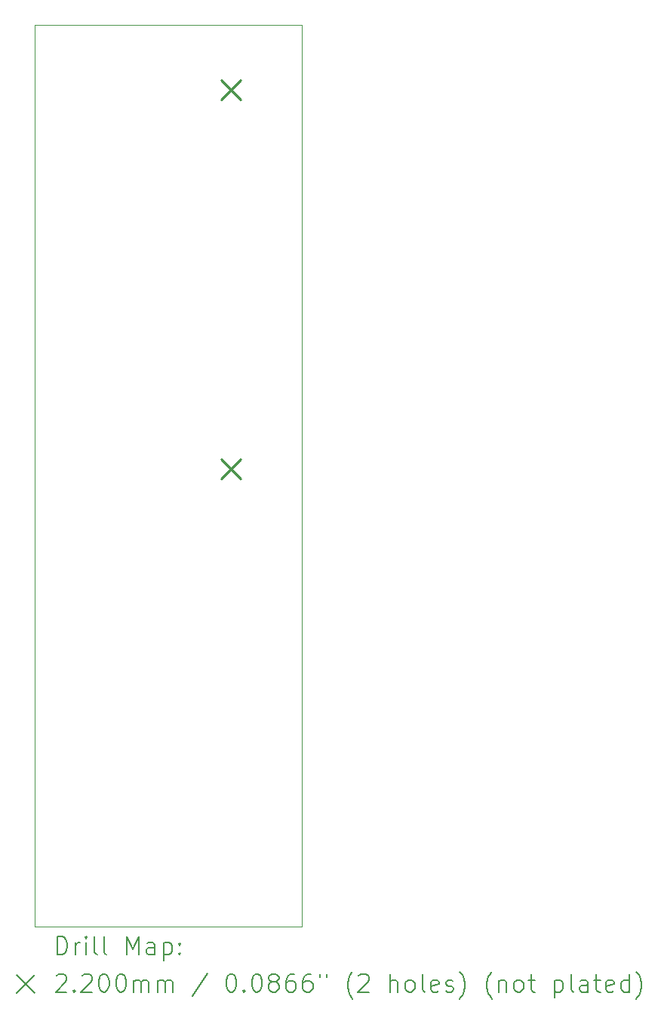
<source format=gbr>
%FSLAX45Y45*%
G04 Gerber Fmt 4.5, Leading zero omitted, Abs format (unit mm)*
G04 Created by KiCad (PCBNEW (6.0.0-rc1-415-g653c7b78d7)) date 2021-12-14 13:22:23*
%MOMM*%
%LPD*%
G01*
G04 APERTURE LIST*
%TA.AperFunction,Profile*%
%ADD10C,0.100000*%
%TD*%
%ADD11C,0.200000*%
%ADD12C,0.220000*%
G04 APERTURE END LIST*
D10*
X11072500Y-4726000D02*
X14072500Y-4726000D01*
X14072500Y-4726000D02*
X14072500Y-14836000D01*
X14072500Y-14836000D02*
X11072500Y-14836000D01*
X11072500Y-14836000D02*
X11072500Y-4726000D01*
D11*
D12*
X13162500Y-5346000D02*
X13382500Y-5566000D01*
X13382500Y-5346000D02*
X13162500Y-5566000D01*
X13162500Y-9596000D02*
X13382500Y-9816000D01*
X13382500Y-9596000D02*
X13162500Y-9816000D01*
D11*
X11325119Y-15151476D02*
X11325119Y-14951476D01*
X11372738Y-14951476D01*
X11401309Y-14961000D01*
X11420357Y-14980048D01*
X11429881Y-14999095D01*
X11439405Y-15037190D01*
X11439405Y-15065762D01*
X11429881Y-15103857D01*
X11420357Y-15122905D01*
X11401309Y-15141952D01*
X11372738Y-15151476D01*
X11325119Y-15151476D01*
X11525119Y-15151476D02*
X11525119Y-15018143D01*
X11525119Y-15056238D02*
X11534643Y-15037190D01*
X11544167Y-15027667D01*
X11563214Y-15018143D01*
X11582262Y-15018143D01*
X11648928Y-15151476D02*
X11648928Y-15018143D01*
X11648928Y-14951476D02*
X11639405Y-14961000D01*
X11648928Y-14970524D01*
X11658452Y-14961000D01*
X11648928Y-14951476D01*
X11648928Y-14970524D01*
X11772738Y-15151476D02*
X11753690Y-15141952D01*
X11744167Y-15122905D01*
X11744167Y-14951476D01*
X11877500Y-15151476D02*
X11858452Y-15141952D01*
X11848928Y-15122905D01*
X11848928Y-14951476D01*
X12106071Y-15151476D02*
X12106071Y-14951476D01*
X12172738Y-15094333D01*
X12239405Y-14951476D01*
X12239405Y-15151476D01*
X12420357Y-15151476D02*
X12420357Y-15046714D01*
X12410833Y-15027667D01*
X12391786Y-15018143D01*
X12353690Y-15018143D01*
X12334643Y-15027667D01*
X12420357Y-15141952D02*
X12401309Y-15151476D01*
X12353690Y-15151476D01*
X12334643Y-15141952D01*
X12325119Y-15122905D01*
X12325119Y-15103857D01*
X12334643Y-15084809D01*
X12353690Y-15075286D01*
X12401309Y-15075286D01*
X12420357Y-15065762D01*
X12515595Y-15018143D02*
X12515595Y-15218143D01*
X12515595Y-15027667D02*
X12534643Y-15018143D01*
X12572738Y-15018143D01*
X12591786Y-15027667D01*
X12601309Y-15037190D01*
X12610833Y-15056238D01*
X12610833Y-15113381D01*
X12601309Y-15132428D01*
X12591786Y-15141952D01*
X12572738Y-15151476D01*
X12534643Y-15151476D01*
X12515595Y-15141952D01*
X12696548Y-15132428D02*
X12706071Y-15141952D01*
X12696548Y-15151476D01*
X12687024Y-15141952D01*
X12696548Y-15132428D01*
X12696548Y-15151476D01*
X12696548Y-15027667D02*
X12706071Y-15037190D01*
X12696548Y-15046714D01*
X12687024Y-15037190D01*
X12696548Y-15027667D01*
X12696548Y-15046714D01*
X10867500Y-15381000D02*
X11067500Y-15581000D01*
X11067500Y-15381000D02*
X10867500Y-15581000D01*
X11315595Y-15390524D02*
X11325119Y-15381000D01*
X11344167Y-15371476D01*
X11391786Y-15371476D01*
X11410833Y-15381000D01*
X11420357Y-15390524D01*
X11429881Y-15409571D01*
X11429881Y-15428619D01*
X11420357Y-15457190D01*
X11306071Y-15571476D01*
X11429881Y-15571476D01*
X11515595Y-15552428D02*
X11525119Y-15561952D01*
X11515595Y-15571476D01*
X11506071Y-15561952D01*
X11515595Y-15552428D01*
X11515595Y-15571476D01*
X11601309Y-15390524D02*
X11610833Y-15381000D01*
X11629881Y-15371476D01*
X11677500Y-15371476D01*
X11696548Y-15381000D01*
X11706071Y-15390524D01*
X11715595Y-15409571D01*
X11715595Y-15428619D01*
X11706071Y-15457190D01*
X11591786Y-15571476D01*
X11715595Y-15571476D01*
X11839405Y-15371476D02*
X11858452Y-15371476D01*
X11877500Y-15381000D01*
X11887024Y-15390524D01*
X11896548Y-15409571D01*
X11906071Y-15447667D01*
X11906071Y-15495286D01*
X11896548Y-15533381D01*
X11887024Y-15552428D01*
X11877500Y-15561952D01*
X11858452Y-15571476D01*
X11839405Y-15571476D01*
X11820357Y-15561952D01*
X11810833Y-15552428D01*
X11801309Y-15533381D01*
X11791786Y-15495286D01*
X11791786Y-15447667D01*
X11801309Y-15409571D01*
X11810833Y-15390524D01*
X11820357Y-15381000D01*
X11839405Y-15371476D01*
X12029881Y-15371476D02*
X12048928Y-15371476D01*
X12067976Y-15381000D01*
X12077500Y-15390524D01*
X12087024Y-15409571D01*
X12096548Y-15447667D01*
X12096548Y-15495286D01*
X12087024Y-15533381D01*
X12077500Y-15552428D01*
X12067976Y-15561952D01*
X12048928Y-15571476D01*
X12029881Y-15571476D01*
X12010833Y-15561952D01*
X12001309Y-15552428D01*
X11991786Y-15533381D01*
X11982262Y-15495286D01*
X11982262Y-15447667D01*
X11991786Y-15409571D01*
X12001309Y-15390524D01*
X12010833Y-15381000D01*
X12029881Y-15371476D01*
X12182262Y-15571476D02*
X12182262Y-15438143D01*
X12182262Y-15457190D02*
X12191786Y-15447667D01*
X12210833Y-15438143D01*
X12239405Y-15438143D01*
X12258452Y-15447667D01*
X12267976Y-15466714D01*
X12267976Y-15571476D01*
X12267976Y-15466714D02*
X12277500Y-15447667D01*
X12296548Y-15438143D01*
X12325119Y-15438143D01*
X12344167Y-15447667D01*
X12353690Y-15466714D01*
X12353690Y-15571476D01*
X12448928Y-15571476D02*
X12448928Y-15438143D01*
X12448928Y-15457190D02*
X12458452Y-15447667D01*
X12477500Y-15438143D01*
X12506071Y-15438143D01*
X12525119Y-15447667D01*
X12534643Y-15466714D01*
X12534643Y-15571476D01*
X12534643Y-15466714D02*
X12544167Y-15447667D01*
X12563214Y-15438143D01*
X12591786Y-15438143D01*
X12610833Y-15447667D01*
X12620357Y-15466714D01*
X12620357Y-15571476D01*
X13010833Y-15361952D02*
X12839405Y-15619095D01*
X13267976Y-15371476D02*
X13287024Y-15371476D01*
X13306071Y-15381000D01*
X13315595Y-15390524D01*
X13325119Y-15409571D01*
X13334643Y-15447667D01*
X13334643Y-15495286D01*
X13325119Y-15533381D01*
X13315595Y-15552428D01*
X13306071Y-15561952D01*
X13287024Y-15571476D01*
X13267976Y-15571476D01*
X13248928Y-15561952D01*
X13239405Y-15552428D01*
X13229881Y-15533381D01*
X13220357Y-15495286D01*
X13220357Y-15447667D01*
X13229881Y-15409571D01*
X13239405Y-15390524D01*
X13248928Y-15381000D01*
X13267976Y-15371476D01*
X13420357Y-15552428D02*
X13429881Y-15561952D01*
X13420357Y-15571476D01*
X13410833Y-15561952D01*
X13420357Y-15552428D01*
X13420357Y-15571476D01*
X13553690Y-15371476D02*
X13572738Y-15371476D01*
X13591786Y-15381000D01*
X13601309Y-15390524D01*
X13610833Y-15409571D01*
X13620357Y-15447667D01*
X13620357Y-15495286D01*
X13610833Y-15533381D01*
X13601309Y-15552428D01*
X13591786Y-15561952D01*
X13572738Y-15571476D01*
X13553690Y-15571476D01*
X13534643Y-15561952D01*
X13525119Y-15552428D01*
X13515595Y-15533381D01*
X13506071Y-15495286D01*
X13506071Y-15447667D01*
X13515595Y-15409571D01*
X13525119Y-15390524D01*
X13534643Y-15381000D01*
X13553690Y-15371476D01*
X13734643Y-15457190D02*
X13715595Y-15447667D01*
X13706071Y-15438143D01*
X13696548Y-15419095D01*
X13696548Y-15409571D01*
X13706071Y-15390524D01*
X13715595Y-15381000D01*
X13734643Y-15371476D01*
X13772738Y-15371476D01*
X13791786Y-15381000D01*
X13801309Y-15390524D01*
X13810833Y-15409571D01*
X13810833Y-15419095D01*
X13801309Y-15438143D01*
X13791786Y-15447667D01*
X13772738Y-15457190D01*
X13734643Y-15457190D01*
X13715595Y-15466714D01*
X13706071Y-15476238D01*
X13696548Y-15495286D01*
X13696548Y-15533381D01*
X13706071Y-15552428D01*
X13715595Y-15561952D01*
X13734643Y-15571476D01*
X13772738Y-15571476D01*
X13791786Y-15561952D01*
X13801309Y-15552428D01*
X13810833Y-15533381D01*
X13810833Y-15495286D01*
X13801309Y-15476238D01*
X13791786Y-15466714D01*
X13772738Y-15457190D01*
X13982262Y-15371476D02*
X13944167Y-15371476D01*
X13925119Y-15381000D01*
X13915595Y-15390524D01*
X13896548Y-15419095D01*
X13887024Y-15457190D01*
X13887024Y-15533381D01*
X13896548Y-15552428D01*
X13906071Y-15561952D01*
X13925119Y-15571476D01*
X13963214Y-15571476D01*
X13982262Y-15561952D01*
X13991786Y-15552428D01*
X14001309Y-15533381D01*
X14001309Y-15485762D01*
X13991786Y-15466714D01*
X13982262Y-15457190D01*
X13963214Y-15447667D01*
X13925119Y-15447667D01*
X13906071Y-15457190D01*
X13896548Y-15466714D01*
X13887024Y-15485762D01*
X14172738Y-15371476D02*
X14134643Y-15371476D01*
X14115595Y-15381000D01*
X14106071Y-15390524D01*
X14087024Y-15419095D01*
X14077500Y-15457190D01*
X14077500Y-15533381D01*
X14087024Y-15552428D01*
X14096548Y-15561952D01*
X14115595Y-15571476D01*
X14153690Y-15571476D01*
X14172738Y-15561952D01*
X14182262Y-15552428D01*
X14191786Y-15533381D01*
X14191786Y-15485762D01*
X14182262Y-15466714D01*
X14172738Y-15457190D01*
X14153690Y-15447667D01*
X14115595Y-15447667D01*
X14096548Y-15457190D01*
X14087024Y-15466714D01*
X14077500Y-15485762D01*
X14267976Y-15371476D02*
X14267976Y-15409571D01*
X14344167Y-15371476D02*
X14344167Y-15409571D01*
X14639405Y-15647667D02*
X14629881Y-15638143D01*
X14610833Y-15609571D01*
X14601309Y-15590524D01*
X14591786Y-15561952D01*
X14582262Y-15514333D01*
X14582262Y-15476238D01*
X14591786Y-15428619D01*
X14601309Y-15400048D01*
X14610833Y-15381000D01*
X14629881Y-15352428D01*
X14639405Y-15342905D01*
X14706071Y-15390524D02*
X14715595Y-15381000D01*
X14734643Y-15371476D01*
X14782262Y-15371476D01*
X14801309Y-15381000D01*
X14810833Y-15390524D01*
X14820357Y-15409571D01*
X14820357Y-15428619D01*
X14810833Y-15457190D01*
X14696548Y-15571476D01*
X14820357Y-15571476D01*
X15058452Y-15571476D02*
X15058452Y-15371476D01*
X15144167Y-15571476D02*
X15144167Y-15466714D01*
X15134643Y-15447667D01*
X15115595Y-15438143D01*
X15087024Y-15438143D01*
X15067976Y-15447667D01*
X15058452Y-15457190D01*
X15267976Y-15571476D02*
X15248928Y-15561952D01*
X15239405Y-15552428D01*
X15229881Y-15533381D01*
X15229881Y-15476238D01*
X15239405Y-15457190D01*
X15248928Y-15447667D01*
X15267976Y-15438143D01*
X15296548Y-15438143D01*
X15315595Y-15447667D01*
X15325119Y-15457190D01*
X15334643Y-15476238D01*
X15334643Y-15533381D01*
X15325119Y-15552428D01*
X15315595Y-15561952D01*
X15296548Y-15571476D01*
X15267976Y-15571476D01*
X15448928Y-15571476D02*
X15429881Y-15561952D01*
X15420357Y-15542905D01*
X15420357Y-15371476D01*
X15601309Y-15561952D02*
X15582262Y-15571476D01*
X15544167Y-15571476D01*
X15525119Y-15561952D01*
X15515595Y-15542905D01*
X15515595Y-15466714D01*
X15525119Y-15447667D01*
X15544167Y-15438143D01*
X15582262Y-15438143D01*
X15601309Y-15447667D01*
X15610833Y-15466714D01*
X15610833Y-15485762D01*
X15515595Y-15504809D01*
X15687024Y-15561952D02*
X15706071Y-15571476D01*
X15744167Y-15571476D01*
X15763214Y-15561952D01*
X15772738Y-15542905D01*
X15772738Y-15533381D01*
X15763214Y-15514333D01*
X15744167Y-15504809D01*
X15715595Y-15504809D01*
X15696548Y-15495286D01*
X15687024Y-15476238D01*
X15687024Y-15466714D01*
X15696548Y-15447667D01*
X15715595Y-15438143D01*
X15744167Y-15438143D01*
X15763214Y-15447667D01*
X15839405Y-15647667D02*
X15848928Y-15638143D01*
X15867976Y-15609571D01*
X15877500Y-15590524D01*
X15887024Y-15561952D01*
X15896548Y-15514333D01*
X15896548Y-15476238D01*
X15887024Y-15428619D01*
X15877500Y-15400048D01*
X15867976Y-15381000D01*
X15848928Y-15352428D01*
X15839405Y-15342905D01*
X16201309Y-15647667D02*
X16191786Y-15638143D01*
X16172738Y-15609571D01*
X16163214Y-15590524D01*
X16153690Y-15561952D01*
X16144167Y-15514333D01*
X16144167Y-15476238D01*
X16153690Y-15428619D01*
X16163214Y-15400048D01*
X16172738Y-15381000D01*
X16191786Y-15352428D01*
X16201309Y-15342905D01*
X16277500Y-15438143D02*
X16277500Y-15571476D01*
X16277500Y-15457190D02*
X16287024Y-15447667D01*
X16306071Y-15438143D01*
X16334643Y-15438143D01*
X16353690Y-15447667D01*
X16363214Y-15466714D01*
X16363214Y-15571476D01*
X16487024Y-15571476D02*
X16467976Y-15561952D01*
X16458452Y-15552428D01*
X16448928Y-15533381D01*
X16448928Y-15476238D01*
X16458452Y-15457190D01*
X16467976Y-15447667D01*
X16487024Y-15438143D01*
X16515595Y-15438143D01*
X16534643Y-15447667D01*
X16544167Y-15457190D01*
X16553690Y-15476238D01*
X16553690Y-15533381D01*
X16544167Y-15552428D01*
X16534643Y-15561952D01*
X16515595Y-15571476D01*
X16487024Y-15571476D01*
X16610833Y-15438143D02*
X16687024Y-15438143D01*
X16639405Y-15371476D02*
X16639405Y-15542905D01*
X16648928Y-15561952D01*
X16667976Y-15571476D01*
X16687024Y-15571476D01*
X16906071Y-15438143D02*
X16906071Y-15638143D01*
X16906071Y-15447667D02*
X16925119Y-15438143D01*
X16963214Y-15438143D01*
X16982262Y-15447667D01*
X16991786Y-15457190D01*
X17001310Y-15476238D01*
X17001310Y-15533381D01*
X16991786Y-15552428D01*
X16982262Y-15561952D01*
X16963214Y-15571476D01*
X16925119Y-15571476D01*
X16906071Y-15561952D01*
X17115595Y-15571476D02*
X17096548Y-15561952D01*
X17087024Y-15542905D01*
X17087024Y-15371476D01*
X17277500Y-15571476D02*
X17277500Y-15466714D01*
X17267976Y-15447667D01*
X17248929Y-15438143D01*
X17210833Y-15438143D01*
X17191786Y-15447667D01*
X17277500Y-15561952D02*
X17258452Y-15571476D01*
X17210833Y-15571476D01*
X17191786Y-15561952D01*
X17182262Y-15542905D01*
X17182262Y-15523857D01*
X17191786Y-15504809D01*
X17210833Y-15495286D01*
X17258452Y-15495286D01*
X17277500Y-15485762D01*
X17344167Y-15438143D02*
X17420357Y-15438143D01*
X17372738Y-15371476D02*
X17372738Y-15542905D01*
X17382262Y-15561952D01*
X17401310Y-15571476D01*
X17420357Y-15571476D01*
X17563214Y-15561952D02*
X17544167Y-15571476D01*
X17506071Y-15571476D01*
X17487024Y-15561952D01*
X17477500Y-15542905D01*
X17477500Y-15466714D01*
X17487024Y-15447667D01*
X17506071Y-15438143D01*
X17544167Y-15438143D01*
X17563214Y-15447667D01*
X17572738Y-15466714D01*
X17572738Y-15485762D01*
X17477500Y-15504809D01*
X17744167Y-15571476D02*
X17744167Y-15371476D01*
X17744167Y-15561952D02*
X17725119Y-15571476D01*
X17687024Y-15571476D01*
X17667976Y-15561952D01*
X17658452Y-15552428D01*
X17648929Y-15533381D01*
X17648929Y-15476238D01*
X17658452Y-15457190D01*
X17667976Y-15447667D01*
X17687024Y-15438143D01*
X17725119Y-15438143D01*
X17744167Y-15447667D01*
X17820357Y-15647667D02*
X17829881Y-15638143D01*
X17848929Y-15609571D01*
X17858452Y-15590524D01*
X17867976Y-15561952D01*
X17877500Y-15514333D01*
X17877500Y-15476238D01*
X17867976Y-15428619D01*
X17858452Y-15400048D01*
X17848929Y-15381000D01*
X17829881Y-15352428D01*
X17820357Y-15342905D01*
M02*

</source>
